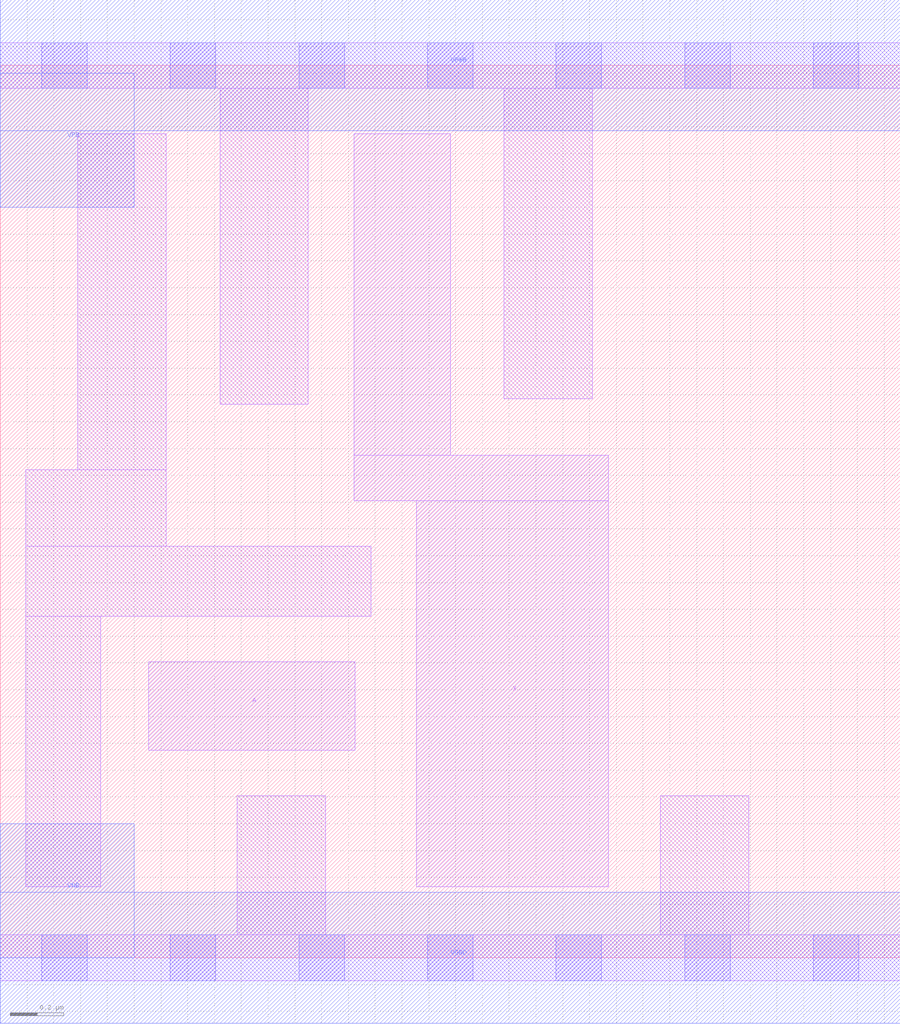
<source format=lef>
# Copyright 2020 The SkyWater PDK Authors
#
# Licensed under the Apache License, Version 2.0 (the "License");
# you may not use this file except in compliance with the License.
# You may obtain a copy of the License at
#
#     https://www.apache.org/licenses/LICENSE-2.0
#
# Unless required by applicable law or agreed to in writing, software
# distributed under the License is distributed on an "AS IS" BASIS,
# WITHOUT WARRANTIES OR CONDITIONS OF ANY KIND, either express or implied.
# See the License for the specific language governing permissions and
# limitations under the License.
#
# SPDX-License-Identifier: Apache-2.0

VERSION 5.5 ;
NAMESCASESENSITIVE ON ;
BUSBITCHARS "[]" ;
DIVIDERCHAR "/" ;
MACRO sky130_fd_sc_lp__clkbuflp_2
  CLASS CORE ;
  SOURCE USER ;
  ORIGIN  0.000000  0.000000 ;
  SIZE  3.360000 BY  3.330000 ;
  SYMMETRY X Y R90 ;
  SITE unit ;
  PIN A
    ANTENNAGATEAREA  0.376000 ;
    DIRECTION INPUT ;
    USE SIGNAL ;
    PORT
      LAYER li1 ;
        RECT 0.555000 0.775000 1.325000 1.105000 ;
    END
  END A
  PIN X
    ANTENNADIFFAREA  0.397600 ;
    DIRECTION OUTPUT ;
    USE SIGNAL ;
    PORT
      LAYER li1 ;
        RECT 1.320000 1.705000 2.270000 1.875000 ;
        RECT 1.320000 1.875000 1.680000 3.075000 ;
        RECT 1.555000 0.265000 2.270000 1.705000 ;
    END
  END X
  PIN VGND
    DIRECTION INOUT ;
    USE GROUND ;
    PORT
      LAYER met1 ;
        RECT 0.000000 -0.245000 3.360000 0.245000 ;
    END
  END VGND
  PIN VNB
    DIRECTION INOUT ;
    USE GROUND ;
    PORT
      LAYER met1 ;
        RECT 0.000000 0.000000 0.500000 0.500000 ;
    END
  END VNB
  PIN VPB
    DIRECTION INOUT ;
    USE POWER ;
    PORT
      LAYER met1 ;
        RECT 0.000000 2.800000 0.500000 3.300000 ;
    END
  END VPB
  PIN VPWR
    DIRECTION INOUT ;
    USE POWER ;
    PORT
      LAYER met1 ;
        RECT 0.000000 3.085000 3.360000 3.575000 ;
    END
  END VPWR
  OBS
    LAYER li1 ;
      RECT 0.000000 -0.085000 3.360000 0.085000 ;
      RECT 0.000000  3.245000 3.360000 3.415000 ;
      RECT 0.095000  0.265000 0.375000 1.275000 ;
      RECT 0.095000  1.275000 1.385000 1.535000 ;
      RECT 0.095000  1.535000 0.620000 1.820000 ;
      RECT 0.290000  1.820000 0.620000 3.075000 ;
      RECT 0.820000  2.065000 1.150000 3.245000 ;
      RECT 0.885000  0.085000 1.215000 0.605000 ;
      RECT 1.880000  2.085000 2.210000 3.245000 ;
      RECT 2.465000  0.085000 2.795000 0.605000 ;
    LAYER mcon ;
      RECT 0.155000 -0.085000 0.325000 0.085000 ;
      RECT 0.155000  3.245000 0.325000 3.415000 ;
      RECT 0.635000 -0.085000 0.805000 0.085000 ;
      RECT 0.635000  3.245000 0.805000 3.415000 ;
      RECT 1.115000 -0.085000 1.285000 0.085000 ;
      RECT 1.115000  3.245000 1.285000 3.415000 ;
      RECT 1.595000 -0.085000 1.765000 0.085000 ;
      RECT 1.595000  3.245000 1.765000 3.415000 ;
      RECT 2.075000 -0.085000 2.245000 0.085000 ;
      RECT 2.075000  3.245000 2.245000 3.415000 ;
      RECT 2.555000 -0.085000 2.725000 0.085000 ;
      RECT 2.555000  3.245000 2.725000 3.415000 ;
      RECT 3.035000 -0.085000 3.205000 0.085000 ;
      RECT 3.035000  3.245000 3.205000 3.415000 ;
  END
END sky130_fd_sc_lp__clkbuflp_2

</source>
